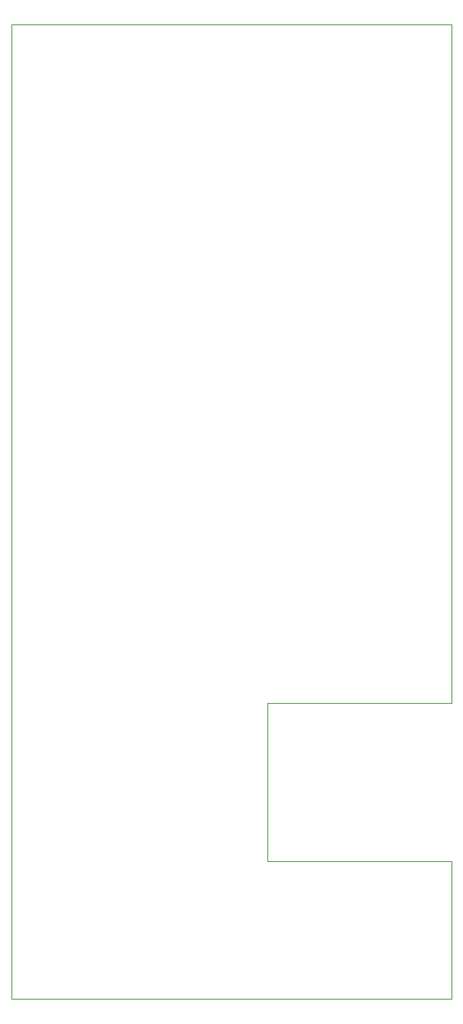
<source format=gbr>
%TF.GenerationSoftware,KiCad,Pcbnew,8.0.7*%
%TF.CreationDate,2025-01-10T16:02:57-05:00*%
%TF.ProjectId,output module,6f757470-7574-4206-9d6f-64756c652e6b,B*%
%TF.SameCoordinates,Original*%
%TF.FileFunction,Profile,NP*%
%FSLAX46Y46*%
G04 Gerber Fmt 4.6, Leading zero omitted, Abs format (unit mm)*
G04 Created by KiCad (PCBNEW 8.0.7) date 2025-01-10 16:02:57*
%MOMM*%
%LPD*%
G01*
G04 APERTURE LIST*
%TA.AperFunction,Profile*%
%ADD10C,0.100000*%
%TD*%
G04 APERTURE END LIST*
D10*
X121158000Y-52070000D02*
X121158000Y-127254000D01*
X100711000Y-127254000D02*
X100711000Y-144780000D01*
X121158000Y-144780000D02*
X121158000Y-160020000D01*
X121158000Y-160020000D02*
X72390000Y-160020000D01*
X72390000Y-160020000D02*
X72390000Y-52070000D01*
X100711000Y-144780000D02*
X121158000Y-144780000D01*
X72390000Y-52070000D02*
X121158000Y-52070000D01*
X121158000Y-127254000D02*
X100711000Y-127254000D01*
M02*

</source>
